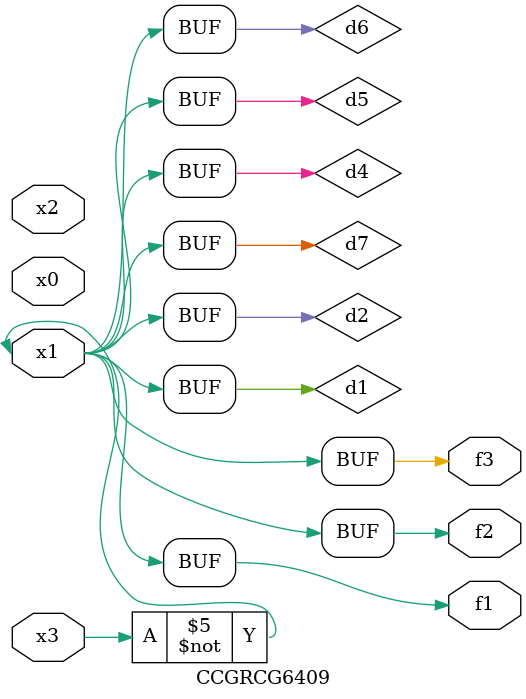
<source format=v>
module CCGRCG6409(
	input x0, x1, x2, x3,
	output f1, f2, f3
);

	wire d1, d2, d3, d4, d5, d6, d7;

	not (d1, x3);
	buf (d2, x1);
	xnor (d3, d1, d2);
	nor (d4, d1);
	buf (d5, d1, d2);
	buf (d6, d4, d5);
	nand (d7, d4);
	assign f1 = d6;
	assign f2 = d7;
	assign f3 = d6;
endmodule

</source>
